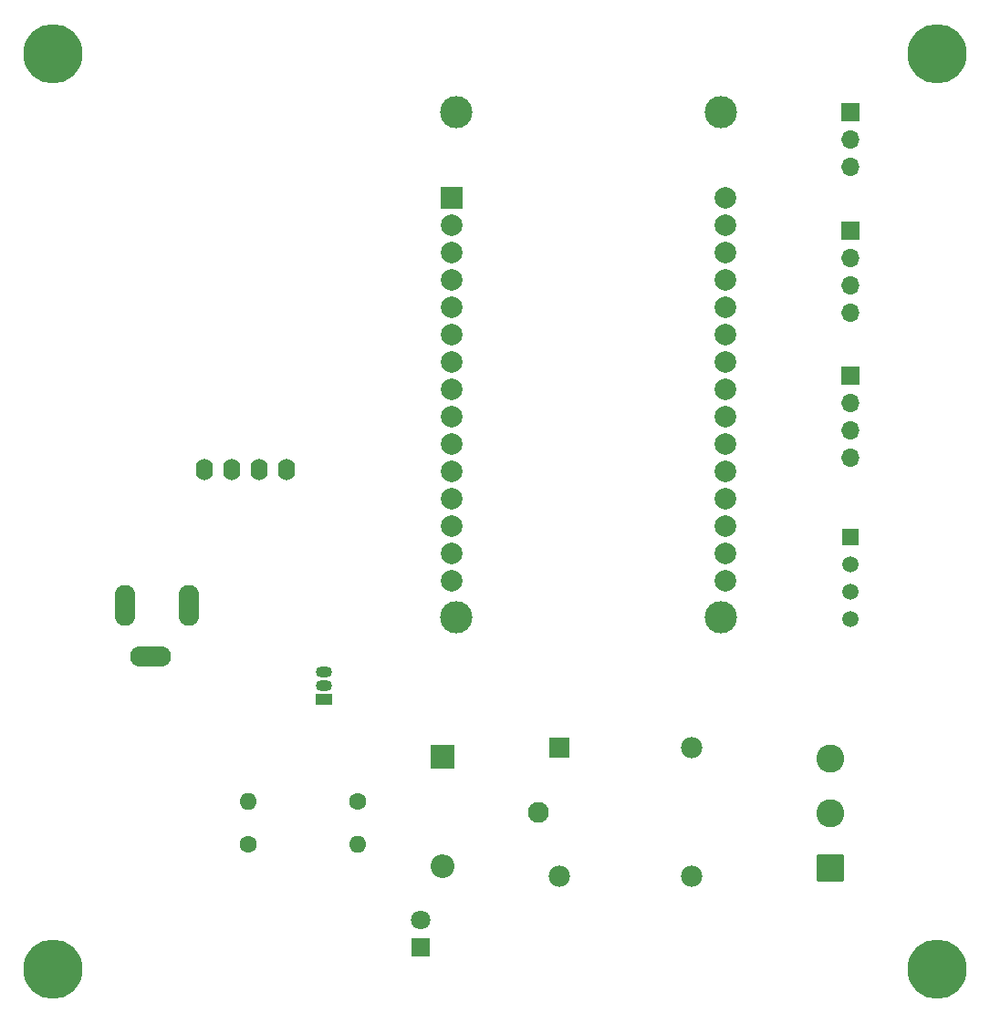
<source format=gbr>
%TF.GenerationSoftware,KiCad,Pcbnew,9.0.0*%
%TF.CreationDate,2025-04-18T09:35:12+07:00*%
%TF.ProjectId,Final_Project_PCB,46696e61-6c5f-4507-926f-6a6563745f50,rev?*%
%TF.SameCoordinates,Original*%
%TF.FileFunction,Soldermask,Bot*%
%TF.FilePolarity,Negative*%
%FSLAX46Y46*%
G04 Gerber Fmt 4.6, Leading zero omitted, Abs format (unit mm)*
G04 Created by KiCad (PCBNEW 9.0.0) date 2025-04-18 09:35:12*
%MOMM*%
%LPD*%
G01*
G04 APERTURE LIST*
G04 Aperture macros list*
%AMRoundRect*
0 Rectangle with rounded corners*
0 $1 Rounding radius*
0 $2 $3 $4 $5 $6 $7 $8 $9 X,Y pos of 4 corners*
0 Add a 4 corners polygon primitive as box body*
4,1,4,$2,$3,$4,$5,$6,$7,$8,$9,$2,$3,0*
0 Add four circle primitives for the rounded corners*
1,1,$1+$1,$2,$3*
1,1,$1+$1,$4,$5*
1,1,$1+$1,$6,$7*
1,1,$1+$1,$8,$9*
0 Add four rect primitives between the rounded corners*
20,1,$1+$1,$2,$3,$4,$5,0*
20,1,$1+$1,$4,$5,$6,$7,0*
20,1,$1+$1,$6,$7,$8,$9,0*
20,1,$1+$1,$8,$9,$2,$3,0*%
G04 Aperture macros list end*
%ADD10C,5.500000*%
%ADD11R,1.500000X1.050000*%
%ADD12O,1.500000X1.050000*%
%ADD13R,2.200000X2.200000*%
%ADD14O,2.200000X2.200000*%
%ADD15R,1.800000X1.800000*%
%ADD16C,1.800000*%
%ADD17C,3.000000*%
%ADD18R,2.000000X2.000000*%
%ADD19C,2.000000*%
%ADD20RoundRect,0.250000X1.050000X-1.050000X1.050000X1.050000X-1.050000X1.050000X-1.050000X-1.050000X0*%
%ADD21C,2.600000*%
%ADD22R,1.700000X1.700000*%
%ADD23O,1.700000X1.700000*%
%ADD24R,1.980000X1.980000*%
%ADD25C,1.980000*%
%ADD26C,1.935000*%
%ADD27C,1.600000*%
%ADD28O,1.600000X1.600000*%
%ADD29R,1.500000X1.500000*%
%ADD30C,1.500000*%
%ADD31O,1.900000X3.800000*%
%ADD32O,3.800000X1.900000*%
%ADD33O,1.600000X2.000000*%
G04 APERTURE END LIST*
D10*
%TO.C,H3*%
X154000000Y-124000000D03*
%TD*%
D11*
%TO.C,Q1*%
X179100000Y-98960000D03*
D12*
X179100000Y-97690000D03*
X179100000Y-96420000D03*
%TD*%
D13*
%TO.C,D1*%
X190100000Y-104260000D03*
D14*
X190100000Y-114420000D03*
%TD*%
D15*
%TO.C,D2*%
X188100000Y-121960000D03*
D16*
X188100000Y-119420000D03*
%TD*%
D10*
%TO.C,H4*%
X154000000Y-39000000D03*
%TD*%
D17*
%TO.C,U1*%
X191420000Y-44420000D03*
X191420000Y-91370000D03*
X215930000Y-44420000D03*
X215930000Y-91370000D03*
D18*
X191000000Y-52380000D03*
D19*
X191000000Y-54920000D03*
X191000000Y-57460000D03*
X191000000Y-60000000D03*
X191000000Y-62540000D03*
X191000000Y-65080000D03*
X191000000Y-67620000D03*
X191000000Y-70160000D03*
X191000000Y-72700000D03*
X191000000Y-75240000D03*
X191000000Y-77780000D03*
X191000000Y-80320000D03*
X191000000Y-82860000D03*
X191000000Y-85400000D03*
X191000000Y-87940000D03*
X216400000Y-87940000D03*
X216400000Y-85400000D03*
X216400000Y-82860000D03*
X216400000Y-80320000D03*
X216400000Y-77780000D03*
X216400000Y-75240000D03*
X216400000Y-72700000D03*
X216400000Y-70160000D03*
X216400000Y-67620000D03*
X216400000Y-65080000D03*
X216400000Y-62540000D03*
X216400000Y-60000000D03*
X216400000Y-57460000D03*
X216400000Y-54920000D03*
X216400000Y-52380000D03*
%TD*%
D10*
%TO.C,H1*%
X236000000Y-39000000D03*
%TD*%
D20*
%TO.C,J1*%
X226100000Y-114580000D03*
D21*
X226100000Y-109500000D03*
X226100000Y-104420000D03*
%TD*%
D22*
%TO.C,J3*%
X228000000Y-68880000D03*
D23*
X228000000Y-71420000D03*
X228000000Y-73960000D03*
X228000000Y-76500000D03*
%TD*%
D24*
%TO.C,K1*%
X201000000Y-103420000D03*
D25*
X201000000Y-115420000D03*
D26*
X199000000Y-109420000D03*
D25*
X213200000Y-103420000D03*
X213200000Y-115420000D03*
%TD*%
D22*
%TO.C,J4*%
X228000000Y-44420000D03*
D23*
X228000000Y-46960000D03*
X228000000Y-49500000D03*
%TD*%
D27*
%TO.C,R1*%
X182260000Y-108420000D03*
D28*
X172100000Y-108420000D03*
%TD*%
D29*
%TO.C,U2*%
X228000000Y-83880000D03*
D30*
X228000000Y-86420000D03*
X228000000Y-88960000D03*
X228000000Y-91500000D03*
%TD*%
D10*
%TO.C,H2*%
X236000000Y-124000000D03*
%TD*%
D27*
%TO.C,R2*%
X172100000Y-112420000D03*
D28*
X182260000Y-112420000D03*
%TD*%
D22*
%TO.C,J2*%
X228000000Y-55420000D03*
D23*
X228000000Y-57960000D03*
X228000000Y-60500000D03*
X228000000Y-63040000D03*
%TD*%
D31*
%TO.C,J5*%
X166600000Y-90270000D03*
X160670000Y-90270000D03*
D32*
X163000000Y-95000000D03*
%TD*%
D33*
%TO.C,Brd1*%
X175620000Y-77600000D03*
X173080000Y-77600000D03*
X170540000Y-77600000D03*
X168000000Y-77600000D03*
%TD*%
M02*

</source>
